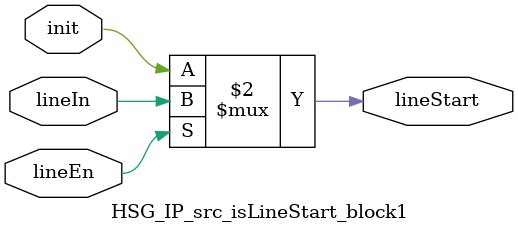
<source format=v>



`timescale 1 ns / 1 ns

module HSG_IP_src_isLineStart_block1
          (lineEn,
           lineIn,
           init,
           lineStart);


  input   lineEn;
  input   lineIn;
  input   init;
  output  lineStart;



  assign lineStart = (lineEn == 1'b0 ? init :
              lineIn);



endmodule  // HSG_IP_src_isLineStart_block1


</source>
